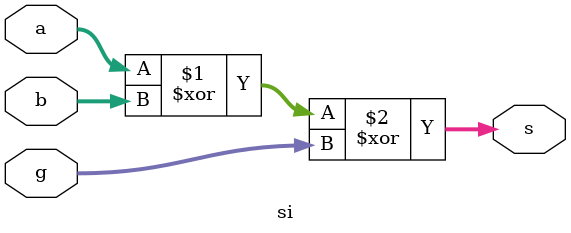
<source format=sv>
`timescale 1ns / 1ps


module prefix_adder(input logic [31:0] a, b,
    input logic cin,
    output logic [31:0] s,
    output logic cout
);

    logic [30:0] p, g;
    logic [15:0] p1, p2, p3, p4, p5;
    logic [15:0] g1, g2, g3, g4, g5;

    pa row0(a, b, p, g);

    be row1(
        {p[30], p[28], p[26], p[24], p[22], p[20], p[18], p[16], p[14], p[12], p[10], p[8], p[6], p[4], p[2], p[0]},
        {p[29], p[27], p[25], p[23], p[21], p[19], p[17], p[15], p[13], p[11], p[9], p[7], p[5], p[3], p[1], 1'b0},
        {g[30], g[28], g[26], g[24], g[22], g[20], g[18], g[16], g[14], g[12], g[10], g[8], g[6], g[4], g[2], g[0]},
        {g[29], g[27], g[25], g[23], g[21], g[19], g[17], g[15], g[13], g[11], g[9], g[7], g[5], g[3], g[1], cin},
        p1, g1
    );

    be row2(
        {p1[15], p[29], p1[13], p[25], p1[11], p[21], p1[9], p[17], p1[7], p[13], p1[5], p[9], p1[3], p[5], p1[1], p[1]},
        {{2{p1[14]}}, {2{p1[12]}}, {2{p1[10]}}, {2{p1[8]}}, {2{p1[6]}}, {2{p1[4]}}, {2{p1[2]}}, {2{p1[0]}}},
        {g1[15], g[29], g1[13], g[25], g1[11], g[21], g1[9], g[17], g1[7], g[13], g1[5], g[9], g1[3], g[5], g1[1], g[1]},
        {{2{g1[14]}}, {2{g1[12]}}, {2{g1[10]}}, {2{g1[8]}}, {2{g1[6]}}, {2{g1[4]}}, {2{g1[2]}}, {2{g1[0]}}},
        p2, g2
    );

    be row3(
        {p2[15], p2[14], p1[14], p[27], p2[11], p2[10], p1[10], p[19], p2[7], p2[6], p1[6], p[11], p2[3], p2[2], p1[2], p[3]},
        {{4{p2[13]}}, {4{p2[9]}}, {4{p2[5]}}, {4{p2[1]}}},
        {g2[15], g2[14], g1[14], g[27], g2[11], g2[10], g1[10], g[19], g2[7], g2[6], g1[6], g[11], g2[3], g2[2], g1[2], g[3]},
        {{4{g2[13]}}, {4{g2[9]}}, {4{g2[5]}}, {4{g2[1]}}},
        p3, g3
    );

    be row4(
        {p3[15:12], p2[13:12], p1[12], p[23], p3[7:4], p2[5:4], p1[4], p[7]},
        {{8{p3[11]}}, {8{p3[3]}}},
        {g3[15:12], g2[13:12], g1[12], g[23], g3[7:4], g2[5:4], g1[4], g[7]},
        {{8{g3[11]}}, {8{g3[3]}}},
        p4, g4
    );

    be row5(
        {p4[15:8], p3[11:8], p2[9:8], p1[8], p[15]},
        {{16{p4[7]}}},
        {g4[15:8], g3[11:8], g2[9:8], g1[8], g[15]},
        {{16{g4[7]}}},
        p5, g5
    );

    si row6({g5, g4[7:0], g3[3:0], g2[1:0], g1[0], cin}, a, b, s);

    assign cout = (a[31] & b[31]) | (g5[15] & (a[31] | b[31]));

endmodule

module pa(
    input logic [30:0] a, b,
    output logic [30:0] p, g
);
    assign p = a | b;
    assign g = a & b;
endmodule

module be(
    input logic [15:0] pleft, pright, gleft, gright,
    output logic [15:0] pnext, gnext
);
    assign pnext = pleft & pright;
    assign gnext = pleft & gright | gleft;
endmodule

module si(
    input logic [31:0] g, a, b,
    output logic [31:0] s
);
    assign s = a ^ b ^ g;
endmodule

</source>
